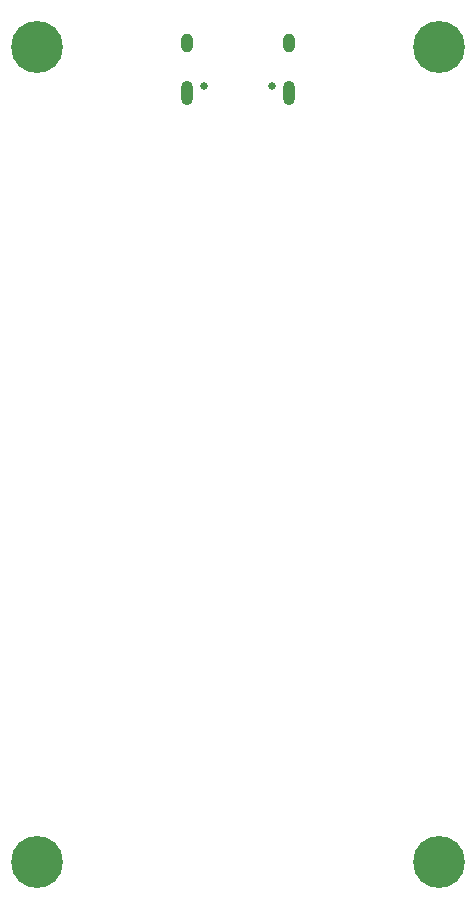
<source format=gbr>
G04 #@! TF.GenerationSoftware,KiCad,Pcbnew,(5.1.5-0-10_14)*
G04 #@! TF.CreationDate,2020-06-19T22:14:24+03:00*
G04 #@! TF.ProjectId,Rev.1,5265762e-312e-46b6-9963-61645f706362,1*
G04 #@! TF.SameCoordinates,PX839b680PY839b680*
G04 #@! TF.FileFunction,Soldermask,Bot*
G04 #@! TF.FilePolarity,Negative*
%FSLAX46Y46*%
G04 Gerber Fmt 4.6, Leading zero omitted, Abs format (unit mm)*
G04 Created by KiCad (PCBNEW (5.1.5-0-10_14)) date 2020-06-19 22:14:24*
%MOMM*%
%LPD*%
G04 APERTURE LIST*
%ADD10C,4.400000*%
%ADD11C,0.700000*%
%ADD12O,1.000000X2.100000*%
%ADD13C,0.650000*%
%ADD14O,1.000000X1.600000*%
G04 APERTURE END LIST*
D10*
X3000000Y72000000D03*
D11*
X4650000Y72000000D03*
X4166726Y70833274D03*
X3000000Y70350000D03*
X1833274Y70833274D03*
X1350000Y72000000D03*
X1833274Y73166726D03*
X3000000Y73650000D03*
X4166726Y73166726D03*
X4166726Y4166726D03*
X3000000Y4650000D03*
X1833274Y4166726D03*
X1350000Y3000000D03*
X1833274Y1833274D03*
X3000000Y1350000D03*
X4166726Y1833274D03*
X4650000Y3000000D03*
D10*
X3000000Y3000000D03*
X37000000Y3000000D03*
D11*
X38650000Y3000000D03*
X38166726Y1833274D03*
X37000000Y1350000D03*
X35833274Y1833274D03*
X35350000Y3000000D03*
X35833274Y4166726D03*
X37000000Y4650000D03*
X38166726Y4166726D03*
X38166726Y73166726D03*
X37000000Y73650000D03*
X35833274Y73166726D03*
X35350000Y72000000D03*
X35833274Y70833274D03*
X37000000Y70350000D03*
X38166726Y70833274D03*
X38650000Y72000000D03*
D10*
X37000000Y72000000D03*
D12*
X15680000Y68170000D03*
X24320000Y68170000D03*
D13*
X22890000Y68700000D03*
D14*
X24320000Y72350000D03*
D13*
X17110000Y68700000D03*
D14*
X15680000Y72350000D03*
M02*

</source>
